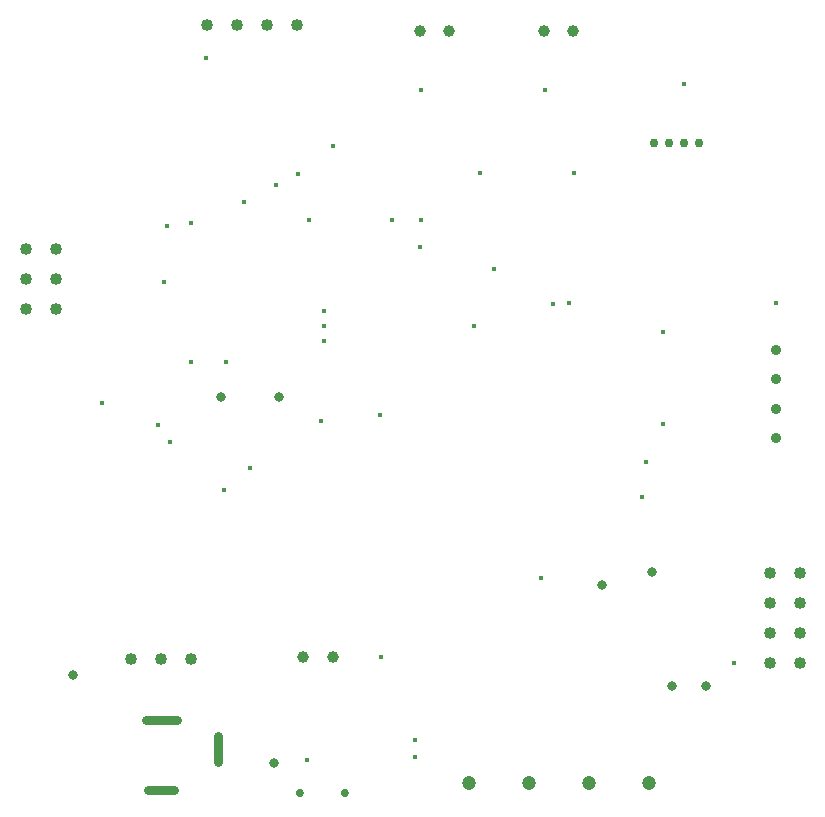
<source format=gbr>
G04 This is an RS-274x file exported by *
G04 gerbv version 2.6A *
G04 More information is available about gerbv at *
G04 http://gerbv.geda-project.org/ *
G04 --End of header info--*
%MOIN*%
%FSLAX34Y34*%
%IPPOS*%
G04 --Define apertures--*
%ADD10C,0.0157*%
%ADD11C,0.0275*%
%ADD12C,0.0300*%
%ADD13C,0.0315*%
%ADD14C,0.0315*%
%ADD15C,0.0354*%
%ADD16C,0.0394*%
%ADD17C,0.0400*%
%ADD18C,0.0472*%
G04 --Start main section--*
G54D10*
G01X0024213Y-034648D03*
G01X0026057Y-035392D03*
G01X0026251Y-030600D03*
G01X0026378Y-028740D03*
G01X0026476Y-035937D03*
G01X0027165Y-028642D03*
G01X0027165Y-033268D03*
G01X0027657Y-023130D03*
G01X0028275Y-037555D03*
G01X0028346Y-033268D03*
G01X0028937Y-027953D03*
G01X0029134Y-036811D03*
G01X0029994Y-027370D03*
G01X0030748Y-027003D03*
G01X0031017Y-046550D03*
G01X0031102Y-028543D03*
G01X0031496Y-035236D03*
G01X0031594Y-031594D03*
G01X0031594Y-032087D03*
G01X0031594Y-032579D03*
G01X0031914Y-026087D03*
G01X0033465Y-035039D03*
G01X0033504Y-043110D03*
G01X0033858Y-028543D03*
G01X0034646Y-045866D03*
G01X0034646Y-046457D03*
G01X0034809Y-029451D03*
G01X0034843Y-024213D03*
G01X0034843Y-028543D03*
G01X0036614Y-032087D03*
G01X0036811Y-026969D03*
G01X0037249Y-030176D03*
G01X0038839Y-040492D03*
G01X0038976Y-024213D03*
G01X0039236Y-031339D03*
G01X0039764Y-031299D03*
G01X0039941Y-026969D03*
G01X0042211Y-037795D03*
G01X0042323Y-036614D03*
G01X0042913Y-032283D03*
G01X0042913Y-035335D03*
G01X0043602Y-024016D03*
G01X0045276Y-043307D03*
G01X0046654Y-031299D03*
G54D11*
G01X0030789Y-047658D03*
G01X0032283Y-047659D03*
G54D12*
G01X0042610Y-025984D03*
G01X0043110Y-025984D03*
G01X0043610Y-025984D03*
G01X0044110Y-025984D03*
G54D13*
G01X0023228Y-043701D03*
G01X0029921Y-046654D03*
G01X0040851Y-040722D03*
G01X0042521Y-040268D03*
G01X0043209Y-044094D03*
G01X0044322Y-044080D03*
G54D14*
G01X0028173Y-034449D03*
G01X0030095Y-034449D03*
G54D15*
G01X0046654Y-032874D03*
G01X0046654Y-033858D03*
G01X0046654Y-034843D03*
G01X0046654Y-035827D03*
G54D16*
G01X0030906Y-043110D03*
G01X0031890Y-043110D03*
G01X0034795Y-022244D03*
G01X0035780Y-022244D03*
G01X0038929Y-022244D03*
G01X0039913Y-022244D03*
G54D17*
G01X0021654Y-029496D03*
G01X0021654Y-030496D03*
G01X0021654Y-031496D03*
G01X0022654Y-029496D03*
G01X0022654Y-030496D03*
G01X0022654Y-031496D03*
G01X0025181Y-043189D03*
G01X0026181Y-043189D03*
G01X0027181Y-043189D03*
G01X0027693Y-022047D03*
G01X0028693Y-022047D03*
G01X0029693Y-022047D03*
G01X0030693Y-022047D03*
G01X0046457Y-040323D03*
G01X0046457Y-041323D03*
G01X0046457Y-042323D03*
G01X0046457Y-043323D03*
G01X0047457Y-040323D03*
G01X0047457Y-041323D03*
G01X0047457Y-042323D03*
G01X0047457Y-043323D03*
G54D18*
G01X0036417Y-047323D03*
G01X0038417Y-047323D03*
G01X0040417Y-047323D03*
G01X0042417Y-047323D03*
G54D13*
G01X0025650Y-045197D02*
G01X0026713Y-045197D01*
G01X0025748Y-047559D02*
G01X0026614Y-047559D01*
G01X0028071Y-046614D02*
G01X0028071Y-045748D01*
M02*

</source>
